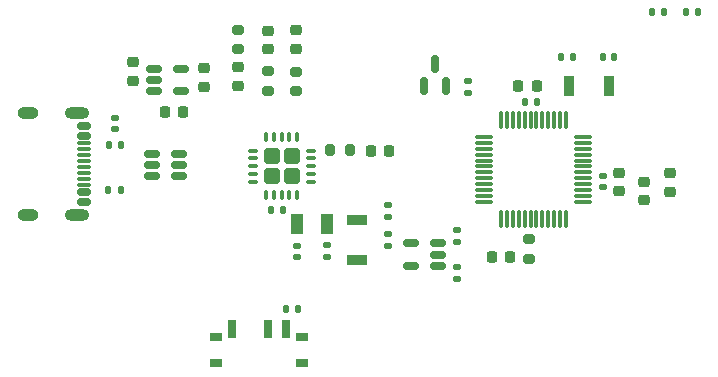
<source format=gbr>
%TF.GenerationSoftware,KiCad,Pcbnew,8.0.5*%
%TF.CreationDate,2024-12-16T18:06:57+02:00*%
%TF.ProjectId,TheXeric,54686558-6572-4696-932e-6b696361645f,1.0*%
%TF.SameCoordinates,Original*%
%TF.FileFunction,Paste,Top*%
%TF.FilePolarity,Positive*%
%FSLAX46Y46*%
G04 Gerber Fmt 4.6, Leading zero omitted, Abs format (unit mm)*
G04 Created by KiCad (PCBNEW 8.0.5) date 2024-12-16 18:06:57*
%MOMM*%
%LPD*%
G01*
G04 APERTURE LIST*
G04 Aperture macros list*
%AMRoundRect*
0 Rectangle with rounded corners*
0 $1 Rounding radius*
0 $2 $3 $4 $5 $6 $7 $8 $9 X,Y pos of 4 corners*
0 Add a 4 corners polygon primitive as box body*
4,1,4,$2,$3,$4,$5,$6,$7,$8,$9,$2,$3,0*
0 Add four circle primitives for the rounded corners*
1,1,$1+$1,$2,$3*
1,1,$1+$1,$4,$5*
1,1,$1+$1,$6,$7*
1,1,$1+$1,$8,$9*
0 Add four rect primitives between the rounded corners*
20,1,$1+$1,$2,$3,$4,$5,0*
20,1,$1+$1,$4,$5,$6,$7,0*
20,1,$1+$1,$6,$7,$8,$9,0*
20,1,$1+$1,$8,$9,$2,$3,0*%
G04 Aperture macros list end*
%ADD10RoundRect,0.225000X-0.250000X0.225000X-0.250000X-0.225000X0.250000X-0.225000X0.250000X0.225000X0*%
%ADD11RoundRect,0.225000X0.225000X0.250000X-0.225000X0.250000X-0.225000X-0.250000X0.225000X-0.250000X0*%
%ADD12RoundRect,0.200000X0.275000X-0.200000X0.275000X0.200000X-0.275000X0.200000X-0.275000X-0.200000X0*%
%ADD13RoundRect,0.147500X0.172500X-0.147500X0.172500X0.147500X-0.172500X0.147500X-0.172500X-0.147500X0*%
%ADD14RoundRect,0.135000X-0.135000X-0.185000X0.135000X-0.185000X0.135000X0.185000X-0.135000X0.185000X0*%
%ADD15RoundRect,0.250000X0.425000X0.425000X-0.425000X0.425000X-0.425000X-0.425000X0.425000X-0.425000X0*%
%ADD16RoundRect,0.075000X0.325000X0.075000X-0.325000X0.075000X-0.325000X-0.075000X0.325000X-0.075000X0*%
%ADD17RoundRect,0.075000X0.075000X0.325000X-0.075000X0.325000X-0.075000X-0.325000X0.075000X-0.325000X0*%
%ADD18RoundRect,0.150000X0.512500X0.150000X-0.512500X0.150000X-0.512500X-0.150000X0.512500X-0.150000X0*%
%ADD19RoundRect,0.135000X0.185000X-0.135000X0.185000X0.135000X-0.185000X0.135000X-0.185000X-0.135000X0*%
%ADD20RoundRect,0.200000X-0.275000X0.200000X-0.275000X-0.200000X0.275000X-0.200000X0.275000X0.200000X0*%
%ADD21RoundRect,0.218750X0.256250X-0.218750X0.256250X0.218750X-0.256250X0.218750X-0.256250X-0.218750X0*%
%ADD22RoundRect,0.140000X0.170000X-0.140000X0.170000X0.140000X-0.170000X0.140000X-0.170000X-0.140000X0*%
%ADD23RoundRect,0.140000X-0.170000X0.140000X-0.170000X-0.140000X0.170000X-0.140000X0.170000X0.140000X0*%
%ADD24RoundRect,0.150000X-0.512500X-0.150000X0.512500X-0.150000X0.512500X0.150000X-0.512500X0.150000X0*%
%ADD25RoundRect,0.218750X0.218750X0.256250X-0.218750X0.256250X-0.218750X-0.256250X0.218750X-0.256250X0*%
%ADD26RoundRect,0.218750X-0.256250X0.218750X-0.256250X-0.218750X0.256250X-0.218750X0.256250X0.218750X0*%
%ADD27RoundRect,0.225000X0.250000X-0.225000X0.250000X0.225000X-0.250000X0.225000X-0.250000X-0.225000X0*%
%ADD28RoundRect,0.150000X-0.425000X0.150000X-0.425000X-0.150000X0.425000X-0.150000X0.425000X0.150000X0*%
%ADD29RoundRect,0.075000X-0.500000X0.075000X-0.500000X-0.075000X0.500000X-0.075000X0.500000X0.075000X0*%
%ADD30O,2.100000X1.000000*%
%ADD31O,1.800000X1.000000*%
%ADD32RoundRect,0.135000X-0.185000X0.135000X-0.185000X-0.135000X0.185000X-0.135000X0.185000X0.135000X0*%
%ADD33R,1.700000X0.900000*%
%ADD34RoundRect,0.135000X0.135000X0.185000X-0.135000X0.185000X-0.135000X-0.185000X0.135000X-0.185000X0*%
%ADD35RoundRect,0.200000X0.200000X0.275000X-0.200000X0.275000X-0.200000X-0.275000X0.200000X-0.275000X0*%
%ADD36RoundRect,0.140000X-0.140000X-0.170000X0.140000X-0.170000X0.140000X0.170000X-0.140000X0.170000X0*%
%ADD37RoundRect,0.140000X0.140000X0.170000X-0.140000X0.170000X-0.140000X-0.170000X0.140000X-0.170000X0*%
%ADD38RoundRect,0.150000X0.150000X-0.587500X0.150000X0.587500X-0.150000X0.587500X-0.150000X-0.587500X0*%
%ADD39RoundRect,0.075000X-0.662500X-0.075000X0.662500X-0.075000X0.662500X0.075000X-0.662500X0.075000X0*%
%ADD40RoundRect,0.075000X-0.075000X-0.662500X0.075000X-0.662500X0.075000X0.662500X-0.075000X0.662500X0*%
%ADD41R,0.900000X1.700000*%
%ADD42R,1.000000X0.800000*%
%ADD43R,0.700000X1.500000*%
%ADD44RoundRect,0.218750X-0.218750X-0.256250X0.218750X-0.256250X0.218750X0.256250X-0.218750X0.256250X0*%
%ADD45R,1.000000X1.800000*%
G04 APERTURE END LIST*
D10*
%TO.C,C5*%
X121010000Y-85985000D03*
X121010000Y-87535000D03*
%TD*%
D11*
%TO.C,C8*%
X155175000Y-87970000D03*
X153625000Y-87970000D03*
%TD*%
%TO.C,C6*%
X125235000Y-90162500D03*
X123685000Y-90162500D03*
%TD*%
D12*
%TO.C,R4*%
X129870000Y-84887500D03*
X129870000Y-83237500D03*
%TD*%
D13*
%TO.C,F1*%
X119440000Y-91645000D03*
X119440000Y-90675000D03*
%TD*%
D14*
%TO.C,R7*%
X118930000Y-92950000D03*
X119950000Y-92950000D03*
%TD*%
D15*
%TO.C,U5*%
X134420000Y-95620000D03*
X134420000Y-93940000D03*
X132740000Y-95620000D03*
X132740000Y-93940000D03*
D16*
X136030000Y-96080000D03*
X136030000Y-95430000D03*
X136030000Y-94780000D03*
X136030000Y-94130000D03*
X136030000Y-93480000D03*
D17*
X134880000Y-92330000D03*
X134230000Y-92330000D03*
X133580000Y-92330000D03*
X132930000Y-92330000D03*
X132280000Y-92330000D03*
D16*
X131130000Y-93480000D03*
X131130000Y-94130000D03*
X131130000Y-94780000D03*
X131130000Y-95430000D03*
X131130000Y-96080000D03*
D17*
X132280000Y-97230000D03*
X132930000Y-97230000D03*
X133580000Y-97230000D03*
X134230000Y-97230000D03*
X134880000Y-97230000D03*
%TD*%
D18*
%TO.C,U4*%
X146827500Y-103220000D03*
X146827500Y-102270000D03*
X146827500Y-101320000D03*
X144552500Y-101320000D03*
X144552500Y-103220000D03*
%TD*%
D19*
%TO.C,R10*%
X142560000Y-99050000D03*
X142560000Y-98030000D03*
%TD*%
D20*
%TO.C,R5*%
X132440000Y-86760000D03*
X132440000Y-88410000D03*
%TD*%
D21*
%TO.C,FB1*%
X164280000Y-97687500D03*
X164280000Y-96112500D03*
%TD*%
D22*
%TO.C,C9*%
X160790000Y-96540000D03*
X160790000Y-95580000D03*
%TD*%
D23*
%TO.C,C2*%
X134900000Y-101520000D03*
X134900000Y-102480000D03*
%TD*%
D24*
%TO.C,U1*%
X122612500Y-93727500D03*
X122612500Y-94677500D03*
X122612500Y-95627500D03*
X124887500Y-95627500D03*
X124887500Y-94677500D03*
X124887500Y-93727500D03*
%TD*%
D19*
%TO.C,R15*%
X148440000Y-104310000D03*
X148440000Y-103290000D03*
%TD*%
D25*
%TO.C,D6*%
X142685000Y-93470000D03*
X141110000Y-93470000D03*
%TD*%
D26*
%TO.C,D3*%
X132425000Y-83327500D03*
X132425000Y-84902500D03*
%TD*%
D14*
%TO.C,R12*%
X167770000Y-81760000D03*
X168790000Y-81760000D03*
%TD*%
D27*
%TO.C,C11*%
X166420000Y-96935000D03*
X166420000Y-95385000D03*
%TD*%
D23*
%TO.C,C1*%
X142580000Y-100540000D03*
X142580000Y-101500000D03*
%TD*%
D28*
%TO.C,J1*%
X116830000Y-91400000D03*
X116830000Y-92200000D03*
D29*
X116830000Y-93350000D03*
X116830000Y-94350000D03*
X116830000Y-94850000D03*
X116830000Y-95850000D03*
D28*
X116830000Y-97000000D03*
X116830000Y-97800000D03*
X116830000Y-97800000D03*
X116830000Y-97000000D03*
D29*
X116830000Y-96350000D03*
X116830000Y-95350000D03*
X116830000Y-93850000D03*
X116830000Y-92850000D03*
D28*
X116830000Y-92200000D03*
X116830000Y-91400000D03*
D30*
X116255000Y-90280000D03*
D31*
X112075000Y-90280000D03*
D30*
X116255000Y-98920000D03*
D31*
X112075000Y-98920000D03*
%TD*%
D32*
%TO.C,R14*%
X148420000Y-100150000D03*
X148420000Y-101170000D03*
%TD*%
D33*
%TO.C,SW2*%
X139920000Y-99300000D03*
X139920000Y-102700000D03*
%TD*%
D21*
%TO.C,D1*%
X129880000Y-87970000D03*
X129880000Y-86395000D03*
%TD*%
D34*
%TO.C,R13*%
X165970000Y-81740000D03*
X164950000Y-81740000D03*
%TD*%
D32*
%TO.C,R2*%
X149320000Y-87590000D03*
X149320000Y-88610000D03*
%TD*%
D26*
%TO.C,D4*%
X134780000Y-83283750D03*
X134780000Y-84858750D03*
%TD*%
D35*
%TO.C,R8*%
X139325000Y-93450000D03*
X137675000Y-93450000D03*
%TD*%
D26*
%TO.C,L1*%
X127010000Y-86472500D03*
X127010000Y-88047500D03*
%TD*%
D14*
%TO.C,R9*%
X118910000Y-96780000D03*
X119930000Y-96780000D03*
%TD*%
D12*
%TO.C,R3*%
X154520000Y-102635000D03*
X154520000Y-100985000D03*
%TD*%
D24*
%TO.C,U6*%
X122772500Y-86520000D03*
X122772500Y-87470000D03*
X122772500Y-88420000D03*
X125047500Y-88420000D03*
X125047500Y-86520000D03*
%TD*%
D36*
%TO.C,C4*%
X160790000Y-85510000D03*
X161750000Y-85510000D03*
%TD*%
D37*
%TO.C,C12*%
X133650000Y-98460000D03*
X132690000Y-98460000D03*
%TD*%
D38*
%TO.C,U3*%
X145630000Y-87985000D03*
X147530000Y-87985000D03*
X146580000Y-86110000D03*
%TD*%
D34*
%TO.C,R11*%
X158260000Y-85530000D03*
X157240000Y-85530000D03*
%TD*%
D39*
%TO.C,U2*%
X150737500Y-92307500D03*
X150737500Y-92807500D03*
X150737500Y-93307500D03*
X150737500Y-93807500D03*
X150737500Y-94307500D03*
X150737500Y-94807500D03*
X150737500Y-95307500D03*
X150737500Y-95807500D03*
X150737500Y-96307500D03*
X150737500Y-96807500D03*
X150737500Y-97307500D03*
X150737500Y-97807500D03*
D40*
X152150000Y-99220000D03*
X152650000Y-99220000D03*
X153150000Y-99220000D03*
X153650000Y-99220000D03*
X154150000Y-99220000D03*
X154650000Y-99220000D03*
X155150000Y-99220000D03*
X155650000Y-99220000D03*
X156150000Y-99220000D03*
X156650000Y-99220000D03*
X157150000Y-99220000D03*
X157650000Y-99220000D03*
D39*
X159062500Y-97807500D03*
X159062500Y-97307500D03*
X159062500Y-96807500D03*
X159062500Y-96307500D03*
X159062500Y-95807500D03*
X159062500Y-95307500D03*
X159062500Y-94807500D03*
X159062500Y-94307500D03*
X159062500Y-93807500D03*
X159062500Y-93307500D03*
X159062500Y-92807500D03*
X159062500Y-92307500D03*
D40*
X157650000Y-90895000D03*
X157150000Y-90895000D03*
X156650000Y-90895000D03*
X156150000Y-90895000D03*
X155650000Y-90895000D03*
X155150000Y-90895000D03*
X154650000Y-90895000D03*
X154150000Y-90895000D03*
X153650000Y-90895000D03*
X153150000Y-90895000D03*
X152650000Y-90895000D03*
X152150000Y-90895000D03*
%TD*%
D20*
%TO.C,R6*%
X134775000Y-86766250D03*
X134775000Y-88416250D03*
%TD*%
D41*
%TO.C,SW3*%
X157900000Y-87980000D03*
X161300000Y-87980000D03*
%TD*%
D14*
%TO.C,R1*%
X133910000Y-106840000D03*
X134930000Y-106840000D03*
%TD*%
D23*
%TO.C,C3*%
X137430000Y-101480000D03*
X137430000Y-102440000D03*
%TD*%
D27*
%TO.C,C10*%
X162120000Y-96905000D03*
X162120000Y-95355000D03*
%TD*%
D42*
%TO.C,SW1*%
X128010000Y-109260000D03*
X128010000Y-111470000D03*
X135310000Y-109260000D03*
X135310000Y-111470000D03*
D43*
X129410000Y-108610000D03*
X132410000Y-108610000D03*
X133910000Y-108610000D03*
%TD*%
D37*
%TO.C,C7*%
X155160000Y-89330000D03*
X154200000Y-89330000D03*
%TD*%
D44*
%TO.C,D2*%
X151342500Y-102450000D03*
X152917500Y-102450000D03*
%TD*%
D45*
%TO.C,Y1*%
X134910000Y-99720000D03*
X137410000Y-99720000D03*
%TD*%
M02*

</source>
